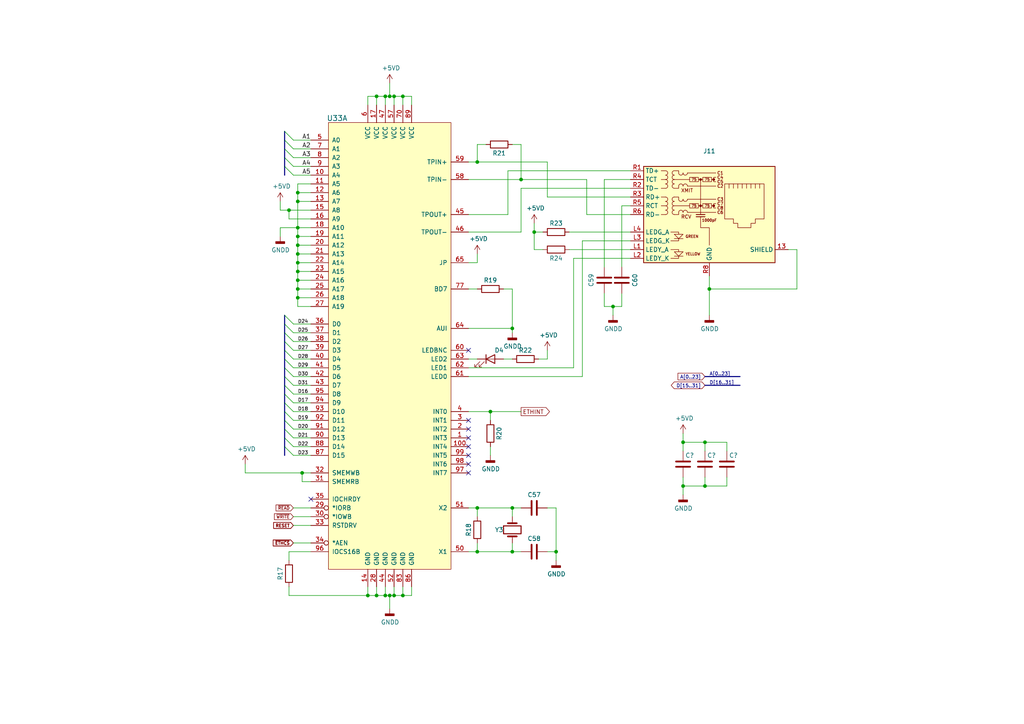
<source format=kicad_sch>
(kicad_sch (version 20211123) (generator eeschema)
  (paper "A4")
  (title_block (title "MAXI030 - 68030 based expandable computer") (date "2021-10-02") (comment 1 "Lawrence Manning"))
  (lib_symbols
    (symbol "Aslak:RTL8019AS" (pin_names (offset 1.016))
      (property "Reference" "U" (at -16.51 -95.25 0))
      (property "Value" "Aslak_RTL8019AS" (at 20.32 -96.52 0))
      (symbol "RTL8019AS_1_1"
        (rectangle (start -17.78 35.56) (end 17.78 -93.98) (fill (type background)))
        (pin output line (at 22.86 -55.88 180) (length 5.08) (name "INT3") (number "1"))
        (pin input line (at -22.86 20.32 0) (length 5.08) (name "A4") (number "10"))
        (pin output line (at 22.86 -58.42 180) (length 5.08) (name "INT4") (number "100"))
        (pin input line (at -22.86 17.78 0) (length 5.08) (name "A5") (number "11"))
        (pin input line (at -22.86 15.24 0) (length 5.08) (name "A6") (number "12"))
        (pin input line (at -22.86 12.7 0) (length 5.08) (name "A7") (number "13"))
        (pin power_in line (at -6.35 -99.06 90) (length 5.08) (name "GND") (number "14"))
        (pin input line (at -22.86 10.16 0) (length 5.08) (name "A8") (number "15"))
        (pin input line (at -22.86 7.62 0) (length 5.08) (name "A9") (number "16"))
        (pin power_in line (at -3.81 40.64 270) (length 5.08) (name "VCC") (number "17"))
        (pin input line (at -22.86 5.08 0) (length 5.08) (name "A10") (number "18"))
        (pin input line (at -22.86 2.54 0) (length 5.08) (name "A11") (number "19"))
        (pin output line (at 22.86 -53.34 180) (length 5.08) (name "INT2") (number "2"))
        (pin input line (at -22.86 0 0) (length 5.08) (name "A12") (number "20"))
        (pin input line (at -22.86 -2.54 0) (length 5.08) (name "A13") (number "21"))
        (pin input line (at -22.86 -5.08 0) (length 5.08) (name "A14") (number "22"))
        (pin input line (at -22.86 -7.62 0) (length 5.08) (name "A15") (number "23"))
        (pin input line (at -22.86 -10.16 0) (length 5.08) (name "A16") (number "24"))
        (pin input line (at -22.86 -12.7 0) (length 5.08) (name "A17") (number "25"))
        (pin input line (at -22.86 -15.24 0) (length 5.08) (name "A18") (number "26"))
        (pin input line (at -22.86 -17.78 0) (length 5.08) (name "A19") (number "27"))
        (pin power_in line (at -3.81 -99.06 90) (length 5.08) (name "GND") (number "28"))
        (pin input inverted (at -22.86 -76.2 0) (length 5.08) (name "*IORB") (number "29"))
        (pin output line (at 22.86 -50.8 180) (length 5.08) (name "INT1") (number "3"))
        (pin input inverted (at -22.86 -78.74 0) (length 5.08) (name "*IOWB") (number "30"))
        (pin input line (at -22.86 -68.58 0) (length 5.08) (name "SMEMRB") (number "31"))
        (pin input line (at -22.86 -66.04 0) (length 5.08) (name "SMEMWB") (number "32"))
        (pin input line (at -22.86 -81.28 0) (length 5.08) (name "RSTDRV") (number "33"))
        (pin input inverted (at -22.86 -86.36 0) (length 5.08) (name "*AEN") (number "34"))
        (pin output line (at -22.86 -73.66 0) (length 5.08) (name "IOCHRDY") (number "35"))
        (pin bidirectional line (at -22.86 -22.86 0) (length 5.08) (name "D0") (number "36"))
        (pin bidirectional line (at -22.86 -25.4 0) (length 5.08) (name "D1") (number "37"))
        (pin bidirectional line (at -22.86 -27.94 0) (length 5.08) (name "D2") (number "38"))
        (pin bidirectional line (at -22.86 -30.48 0) (length 5.08) (name "D3") (number "39"))
        (pin output line (at 22.86 -48.26 180) (length 5.08) (name "INT0") (number "4"))
        (pin bidirectional line (at -22.86 -33.02 0) (length 5.08) (name "D4") (number "40"))
        (pin bidirectional line (at -22.86 -35.56 0) (length 5.08) (name "D5") (number "41"))
        (pin bidirectional line (at -22.86 -38.1 0) (length 5.08) (name "D6") (number "42"))
        (pin bidirectional line (at -22.86 -40.64 0) (length 5.08) (name "D7") (number "43"))
        (pin power_in line (at -1.27 -99.06 90) (length 5.08) (name "GND") (number "44"))
        (pin output line (at 22.86 8.89 180) (length 5.08) (name "TPOUT+") (number "45"))
        (pin output line (at 22.86 3.81 180) (length 5.08) (name "TPOUT-") (number "46"))
        (pin power_in line (at -1.27 40.64 270) (length 5.08) (name "VCC") (number "47"))
        (pin input line (at -22.86 30.48 0) (length 5.08) (name "A0") (number "5"))
        (pin input line (at 22.86 -88.9 180) (length 5.08) (name "X1") (number "50"))
        (pin output line (at 22.86 -76.2 180) (length 5.08) (name "X2") (number "51"))
        (pin power_in line (at 1.27 -99.06 90) (length 5.08) (name "GND") (number "52"))
        (pin power_in line (at 1.27 40.64 270) (length 5.08) (name "VCC") (number "57"))
        (pin input line (at 22.86 19.05 180) (length 5.08) (name "TPIN-") (number "58"))
        (pin input line (at 22.86 24.13 180) (length 5.08) (name "TPIN+") (number "59"))
        (pin power_in line (at -6.35 40.64 270) (length 5.08) (name "VCC") (number "6"))
        (pin output line (at 22.86 -30.48 180) (length 5.08) (name "LEDBNC") (number "60"))
        (pin output line (at 22.86 -38.1 180) (length 5.08) (name "LED0") (number "61"))
        (pin output line (at 22.86 -35.56 180) (length 5.08) (name "LED1") (number "62"))
        (pin output line (at 22.86 -33.02 180) (length 5.08) (name "LED2") (number "63"))
        (pin input line (at 22.86 -24.13 180) (length 5.08) (name "AUI") (number "64"))
        (pin input line (at 22.86 -5.08 180) (length 5.08) (name "JP") (number "65"))
        (pin input line (at -22.86 27.94 0) (length 5.08) (name "A1") (number "7"))
        (pin power_in line (at 3.81 40.64 270) (length 5.08) (name "VCC") (number "70"))
        (pin input line (at 22.86 -12.7 180) (length 5.08) (name "BD7") (number "77"))
        (pin input line (at -22.86 25.4 0) (length 5.08) (name "A2") (number "8"))
        (pin power_in line (at 3.81 -99.06 90) (length 5.08) (name "GND") (number "83"))
        (pin power_in line (at 6.35 -99.06 90) (length 5.08) (name "GND") (number "86"))
        (pin bidirectional line (at -22.86 -60.96 0) (length 5.08) (name "D15") (number "87"))
        (pin bidirectional line (at -22.86 -58.42 0) (length 5.08) (name "D14") (number "88"))
        (pin power_in line (at 6.35 40.64 270) (length 5.08) (name "VCC") (number "89"))
        (pin input line (at -22.86 22.86 0) (length 5.08) (name "A3") (number "9"))
        (pin bidirectional line (at -22.86 -55.88 0) (length 5.08) (name "D13") (number "90"))
        (pin bidirectional line (at -22.86 -53.34 0) (length 5.08) (name "D12") (number "91"))
        (pin bidirectional line (at -22.86 -50.8 0) (length 5.08) (name "D11") (number "92"))
        (pin bidirectional line (at -22.86 -48.26 0) (length 5.08) (name "D10") (number "93"))
        (pin bidirectional line (at -22.86 -45.72 0) (length 5.08) (name "D9") (number "94"))
        (pin bidirectional line (at -22.86 -43.18 0) (length 5.08) (name "D8") (number "95"))
        (pin output line (at -22.86 -88.9 0) (length 5.08) (name "IOCS16B") (number "96"))
        (pin output line (at 22.86 -66.04 180) (length 5.08) (name "INT7") (number "97"))
        (pin output line (at 22.86 -63.5 180) (length 5.08) (name "INT6") (number "98"))
        (pin output line (at 22.86 -60.96 180) (length 5.08) (name "INT5") (number "99"))
      )
      (symbol "RTL8019AS_2_1"
        (rectangle (start -8.89 6.35) (end 8.89 -7.62) (fill (type background)))
        (pin output line (at -11.43 2.54 0) (length 2.54) (name "EECS") (number "76"))
        (pin output line (at -11.43 -2.54 0) (length 2.54) (name "EEDO") (number "77"))
        (pin input line (at -11.43 -5.08 0) (length 2.54) (name "EEDI") (number "78"))
        (pin output line (at -11.43 0 0) (length 2.54) (name "EESK") (number "79"))
      )
    )
    (symbol "Connector:RJ45_Amphenol_RJMG1BD3B8K1ANR"
      (property "Reference" "J" (at 19.05 15.24 0))
      (property "Value" "RJ45_Amphenol_RJMG1BD3B8K1ANR" (at -19.05 15.24 0))
      (symbol "RJ45_Amphenol_RJMG1BD3B8K1ANR_0_0"
        (circle (center -2.54 2.54) (radius 0.254) (stroke (width 0.254)) (fill (type outline)))
        (circle (center -2.54 10.16) (radius 0.254) (stroke (width 0.254)) (fill (type outline)))
        (polyline (pts (xy -7.62 -12.065) (xy -10.16 -12.065)))
        (polyline (pts (xy -7.62 -6.985) (xy -10.16 -6.985)))
        (polyline (pts (xy -2.54 10.16) (xy -2.54 0)))
        (polyline (pts (xy -1.27 -0.635) (xy -3.81 -0.635)) (stroke (width 0.254)))
        (polyline (pts (xy -1.27 0) (xy -3.81 0)) (stroke (width 0.254)))
        (polyline (pts (xy 1.27 2.54) (xy 0.635 2.54)))
        (polyline (pts (xy 1.27 10.16) (xy 0.635 10.16)))
        (polyline (pts (xy -11.176 -12.7) (xy -8.89 -12.7) (xy -8.89 -12.065)))
        (polyline (pts (xy -11.176 -10.16) (xy -8.89 -10.16) (xy -8.89 -10.795)))
        (polyline (pts (xy -11.176 -5.08) (xy -8.89 -5.08) (xy -8.89 -5.715)))
        (polyline (pts (xy -8.89 -6.985) (xy -8.89 -7.62) (xy -11.176 -7.62)))
        (polyline (pts (xy -10.16 -5.715) (xy -7.62 -5.715) (xy -8.89 -6.985) (xy -10.16 -5.715)))
        (polyline (pts (xy -7.62 -10.795) (xy -10.16 -10.795) (xy -8.89 -12.065) (xy -7.62 -10.795)))
        (polyline (pts (xy -2.54 -0.635) (xy -2.54 -3.81) (xy 0 -3.81) (xy 0 -8.89)))
        (polyline (pts (xy 1.905 3.175) (xy 1.27 3.175) (xy 1.27 1.905) (xy 1.905 1.905)))
        (polyline (pts (xy 1.905 10.795) (xy 1.27 10.795) (xy 1.27 9.525) (xy 1.905 9.525)))
        (circle (center 1.27 2.54) (radius 0.254) (stroke (width 0.254)) (fill (type outline)))
        (circle (center 1.27 10.16) (radius 0.254) (stroke (width 0.254)) (fill (type outline)))
        (text "1000pF" (at 0 -1.651 0) (effects (font (size 0.762 0.762))))
        (text "75" (at -4.445 2.54 0) (effects (font (size 0.762 0.762))))
        (text "75" (at -4.445 10.16 0) (effects (font (size 0.762 0.762))))
        (text "75" (at -0.635 2.54 0) (effects (font (size 0.762 0.762))))
        (text "75" (at -0.635 10.16 0) (effects (font (size 0.762 0.762))))
        (text "C1" (at 3.175 12.065 0) (effects (font (size 0.889 0.889))))
        (text "C2" (at 3.175 8.255 0) (effects (font (size 0.889 0.889))))
        (text "C3" (at 3.175 4.445 0) (effects (font (size 0.889 0.889))))
        (text "C4" (at 3.175 10.795 0) (effects (font (size 0.889 0.889))))
        (text "C5" (at 3.175 9.525 0) (effects (font (size 0.889 0.889))))
        (text "C6" (at 3.175 0.635 0) (effects (font (size 0.889 0.889))))
        (text "C7" (at 3.175 3.175 0) (effects (font (size 0.889 0.889))))
        (text "C8" (at 3.175 1.905 0) (effects (font (size 0.889 0.889))))
        (text "GREEN" (at -6.985 -6.35 0) (effects (font (size 0.762 0.762)) (justify left)))
        (text "RCV" (at -8.255 -0.635 0) (effects (font (size 1.016 1.016)) (justify left)))
        (text "XMIT" (at -8.255 6.985 0) (effects (font (size 1.016 1.016)) (justify left)))
        (text "YELLOW" (at -6.985 -11.43 0) (effects (font (size 0.762 0.762)) (justify left)))
      )
      (symbol "RJ45_Amphenol_RJMG1BD3B8K1ANR_0_1"
        (rectangle (start -19.05 -13.97) (end 19.05 13.97) (stroke (width 0.254)) (fill (type background)))
        (arc (start -12.7 0) (mid -12.065 0.635) (end -12.7 1.27))
        (arc (start -12.7 1.27) (mid -12.065 1.905) (end -12.7 2.54))
        (arc (start -12.7 2.54) (mid -12.065 3.175) (end -12.7 3.81))
        (arc (start -12.7 3.81) (mid -12.065 4.445) (end -12.7 5.08))
        (arc (start -12.7 7.62) (mid -12.065 8.255) (end -12.7 8.89))
        (arc (start -12.7 8.89) (mid -12.065 9.525) (end -12.7 10.16))
        (arc (start -12.7 10.16) (mid -12.065 10.795) (end -12.7 11.43))
        (arc (start -12.7 11.43) (mid -12.065 12.065) (end -12.7 12.7))
        (arc (start -10.16 1.27) (mid -10.795 0.635) (end -10.16 0))
        (arc (start -10.16 2.54) (mid -10.795 1.905) (end -10.16 1.27))
        (arc (start -10.16 3.81) (mid -10.795 3.175) (end -10.16 2.54))
        (arc (start -10.16 5.08) (mid -10.795 4.445) (end -10.16 3.81))
        (arc (start -10.16 8.89) (mid -10.795 8.255) (end -10.16 7.62))
        (arc (start -10.16 10.16) (mid -10.795 9.525) (end -10.16 8.89))
        (arc (start -10.16 11.43) (mid -10.795 10.795) (end -10.16 10.16))
        (arc (start -10.16 12.7) (mid -10.795 12.065) (end -10.16 11.43))
        (arc (start -8.89 4.445) (mid -8.255 3.81) (end -7.62 4.445))
        (arc (start -8.89 12.065) (mid -8.255 11.43) (end -7.62 12.065))
        (arc (start -7.62 0.635) (mid -8.255 1.27) (end -8.89 0.635))
        (arc (start -7.62 4.445) (mid -6.985 3.81) (end -6.35 4.445))
        (arc (start -7.62 8.255) (mid -8.255 8.89) (end -8.89 8.255))
        (arc (start -7.62 12.065) (mid -6.985 11.43) (end -6.35 12.065))
        (arc (start -6.35 0.635) (mid -6.985 1.27) (end -7.62 0.635))
        (arc (start -6.35 8.255) (mid -6.985 8.89) (end -7.62 8.255))
        (rectangle (start -5.715 3.175) (end -3.175 1.905))
        (rectangle (start -5.715 10.795) (end -3.175 9.525))
        (rectangle (start -1.905 3.175) (end 0.635 1.905))
        (rectangle (start -1.905 10.795) (end 0.635 9.525))
        (polyline (pts (xy -12.7 0) (xy -13.97 0)))
        (polyline (pts (xy -12.7 2.54) (xy -13.97 2.54)))
        (polyline (pts (xy -12.7 5.08) (xy -13.97 5.08)))
        (polyline (pts (xy -12.7 7.62) (xy -13.97 7.62)))
        (polyline (pts (xy -12.7 10.16) (xy -13.97 10.16)))
        (polyline (pts (xy -12.7 12.7) (xy -13.97 12.7)))
        (polyline (pts (xy -6.35 0.635) (xy 1.905 0.635)))
        (polyline (pts (xy -6.35 4.445) (xy 1.905 4.445)))
        (polyline (pts (xy -6.35 8.255) (xy 1.905 8.255)))
        (polyline (pts (xy -6.35 12.065) (xy 1.905 12.065)))
        (polyline (pts (xy -5.715 2.54) (xy -10.16 2.54)))
        (polyline (pts (xy -5.715 10.16) (xy -10.16 10.16)))
        (polyline (pts (xy -3.175 2.54) (xy -1.905 2.54)))
        (polyline (pts (xy -3.175 10.16) (xy -1.905 10.16)))
        (polyline (pts (xy 5.715 7.62) (xy 5.715 8.89)))
        (polyline (pts (xy 6.985 8.89) (xy 6.985 7.62)))
        (polyline (pts (xy 8.255 8.89) (xy 8.255 7.62)))
        (polyline (pts (xy 9.525 8.89) (xy 9.525 7.62)))
        (polyline (pts (xy 10.795 8.89) (xy 10.795 7.62)))
        (polyline (pts (xy 12.065 8.89) (xy 12.065 7.62)))
        (polyline (pts (xy 13.335 7.62) (xy 13.335 8.89)))
        (polyline (pts (xy 14.605 7.62) (xy 14.605 8.89)))
        (polyline (pts (xy -10.16 5.08) (xy -8.89 5.08) (xy -8.89 4.445)))
        (polyline (pts (xy -10.16 12.7) (xy -8.89 12.7) (xy -8.89 12.065)))
        (polyline (pts (xy -8.89 0.635) (xy -8.89 0) (xy -10.16 0)))
        (polyline (pts (xy -8.89 8.255) (xy -8.89 7.62) (xy -10.16 7.62)))
        (polyline (pts (xy 4.445 8.89) (xy 15.875 8.89) (xy 15.875 -1.27) (xy 13.335 -1.27) (xy 13.335 -2.54) (xy 12.065 -2.54) (xy 12.065 -3.81) (xy 8.255 -3.81) (xy 8.255 -2.54) (xy 6.985 -2.54) (xy 6.985 -1.27) (xy 4.445 -1.27) (xy 4.445 8.89)))
      )
      (symbol "RJ45_Amphenol_RJMG1BD3B8K1ANR_1_1"
        (pin passive line (at 22.86 -10.16 180) (length 3.81) (name "SHIELD") (number "13"))
        (pin passive line (at -22.86 -10.16 0) (length 3.81) (name "LEDY_A") (number "L1"))
        (pin passive line (at -22.86 -12.7 0) (length 3.81) (name "LEDY_K") (number "L2"))
        (pin passive line (at -22.86 -7.62 0) (length 3.81) (name "LEDG_K") (number "L3"))
        (pin passive line (at -22.86 -5.08 0) (length 3.81) (name "LEDG_A") (number "L4"))
        (pin passive line (at -22.86 12.7 0) (length 3.81) (name "TD+") (number "R1"))
        (pin passive line (at -22.86 7.62 0) (length 3.81) (name "TD-") (number "R2"))
        (pin passive line (at -22.86 5.08 0) (length 3.81) (name "RD+") (number "R3"))
        (pin passive line (at -22.86 10.16 0) (length 3.81) (name "TCT") (number "R4"))
        (pin passive line (at -22.86 2.54 0) (length 3.81) (name "RCT") (number "R5"))
        (pin passive line (at -22.86 0 0) (length 3.81) (name "RD-") (number "R6"))
        (pin no_connect line (at 5.08 -5.08 0) (length 0) hide (name "NC") (number "R7"))
        (pin power_in line (at 0 -17.78 90) (length 3.81) (name "GND") (number "R8"))
      )
    )
    (symbol "Device:C" (pin_numbers hide) (pin_names (offset 0.254))
      (property "Reference" "C" (at 0.635 2.54 0))
      (property "Value" "C" (at 0.635 -2.54 0))
      (symbol "C_0_1"
        (polyline (pts (xy -2.032 -0.762) (xy 2.032 -0.762)) (stroke (width 0.508)))
        (polyline (pts (xy -2.032 0.762) (xy 2.032 0.762)) (stroke (width 0.508)))
      )
      (symbol "C_1_1"
        (pin passive line (at 0 3.81 270) (length 2.794) (name "~") (number "1"))
        (pin passive line (at 0 -3.81 90) (length 2.794) (name "~") (number "2"))
      )
    )
    (symbol "Device:Crystal" (pin_numbers hide) (pin_names (offset 1.016) hide)
      (property "Reference" "Y" (at 0 3.81 0))
      (property "Value" "Crystal" (at 0 -3.81 0))
      (symbol "Crystal_0_1"
        (rectangle (start -1.143 2.54) (end 1.143 -2.54) (stroke (width 0.3048)))
        (polyline (pts (xy -2.54 0) (xy -1.905 0)))
        (polyline (pts (xy -1.905 -1.27) (xy -1.905 1.27)) (stroke (width 0.508)))
        (polyline (pts (xy 1.905 -1.27) (xy 1.905 1.27)) (stroke (width 0.508)))
        (polyline (pts (xy 2.54 0) (xy 1.905 0)))
      )
      (symbol "Crystal_1_1"
        (pin passive line (at -3.81 0 0) (length 1.27) (name "1") (number "1"))
        (pin passive line (at 3.81 0 180) (length 1.27) (name "2") (number "2"))
      )
    )
    (symbol "Device:LED" (pin_numbers hide) (pin_names (offset 1.016) hide)
      (property "Reference" "D" (at 0 2.54 0))
      (property "Value" "LED" (at 0 -2.54 0))
      (symbol "LED_0_1"
        (polyline (pts (xy -1.27 -1.27) (xy -1.27 1.27)) (stroke (width 0.254)))
        (polyline (pts (xy -1.27 0) (xy 1.27 0)))
        (polyline (pts (xy 1.27 -1.27) (xy 1.27 1.27) (xy -1.27 0) (xy 1.27 -1.27)) (stroke (width 0.254)))
        (polyline (pts (xy -3.048 -0.762) (xy -4.572 -2.286) (xy -3.81 -2.286) (xy -4.572 -2.286) (xy -4.572 -1.524)))
        (polyline (pts (xy -1.778 -0.762) (xy -3.302 -2.286) (xy -2.54 -2.286) (xy -3.302 -2.286) (xy -3.302 -1.524)))
      )
      (symbol "LED_1_1"
        (pin passive line (at -3.81 0 0) (length 2.54) (name "K") (number "1"))
        (pin passive line (at 3.81 0 180) (length 2.54) (name "A") (number "2"))
      )
    )
    (symbol "Device:R" (pin_numbers hide) (pin_names (offset 0))
      (property "Reference" "R" (at 2.032 0 90))
      (property "Value" "R" (at 0 0 90))
      (symbol "R_0_1"
        (rectangle (start -1.016 -2.54) (end 1.016 2.54) (stroke (width 0.254)))
      )
      (symbol "R_1_1"
        (pin passive line (at 0 3.81 270) (length 1.27) (name "~") (number "1"))
        (pin passive line (at 0 -3.81 90) (length 1.27) (name "~") (number "2"))
      )
    )
    (symbol "power:+5VD" (power) (pin_names (offset 0))
      (property "Value" "+5VD" (at 0 3.556 0))
      (symbol "+5VD_0_1"
        (polyline (pts (xy -0.762 1.27) (xy 0 2.54)))
        (polyline (pts (xy 0 0) (xy 0 2.54)))
        (polyline (pts (xy 0 2.54) (xy 0.762 1.27)))
      )
      (symbol "+5VD_1_1"
        (pin power_in line (at 0 0 90) (length 0) hide (name "+5VD") (number "1"))
      )
    )
    (symbol "power:GNDD" (power) (pin_names (offset 0))
      (property "Value" "GNDD" (at 0 -3.175 0))
      (symbol "GNDD_0_1"
        (rectangle (start -1.27 -1.524) (end 1.27 -2.032) (stroke (width 0.254)) (fill (type outline)))
        (polyline (pts (xy 0 0) (xy 0 -1.524)))
      )
      (symbol "GNDD_1_1"
        (pin power_in line (at 0 0 270) (length 0) hide (name "GNDD") (number "1"))
      )
    )
  )
  (junction (at 111.76 172.72))
  (junction (at 177.8 88.9))
  (junction (at 154.94 67.31))
  (junction (at 204.47 128.27))
  (junction (at 113.03 27.94))
  (junction (at 83.82 60.96))
  (junction (at 86.36 86.36))
  (junction (at 106.68 172.72))
  (junction (at 151.13 52.07))
  (junction (at 86.36 81.28))
  (junction (at 86.36 73.66))
  (junction (at 204.47 140.97))
  (junction (at 111.76 27.94))
  (junction (at 198.12 140.97))
  (junction (at 86.36 66.04))
  (junction (at 86.36 78.74))
  (junction (at 114.3 27.94))
  (junction (at 114.3 172.72))
  (junction (at 148.59 95.25))
  (junction (at 116.84 172.72))
  (junction (at 86.36 83.82))
  (junction (at 142.24 119.38))
  (junction (at 116.84 27.94))
  (junction (at 138.43 46.99))
  (junction (at 138.43 147.32))
  (junction (at 113.03 172.72))
  (junction (at 109.22 172.72))
  (junction (at 86.36 58.42))
  (junction (at 86.36 76.2))
  (junction (at 148.59 147.32))
  (junction (at 138.43 160.02))
  (junction (at 148.59 160.02))
  (junction (at 198.12 128.27))
  (junction (at 86.36 68.58))
  (junction (at 87.63 137.16))
  (junction (at 86.36 71.12))
  (junction (at 161.29 160.02))
  (junction (at 205.74 83.82))
  (junction (at 86.36 55.88))
  (junction (at 109.22 27.94))
  (no_connect (at 135.89 121.92))
  (no_connect (at 135.89 101.6))
  (no_connect (at 135.89 129.54))
  (no_connect (at 135.89 127))
  (no_connect (at 135.89 124.46))
  (no_connect (at 135.89 132.08))
  (no_connect (at 135.89 137.16))
  (no_connect (at 90.17 144.78))
  (no_connect (at 135.89 134.62))
  (bus_entry (at 82.55 48.26) (size 2.54 2.54))
  (bus_entry (at 82.55 38.1) (size 2.54 2.54))
  (bus_entry (at 82.55 129.54) (size 2.54 2.54))
  (bus_entry (at 82.55 101.6) (size 2.54 2.54))
  (bus_entry (at 82.55 91.44) (size 2.54 2.54))
  (bus_entry (at 82.55 116.84) (size 2.54 2.54))
  (bus_entry (at 82.55 106.68) (size 2.54 2.54))
  (bus_entry (at 82.55 119.38) (size 2.54 2.54))
  (bus_entry (at 82.55 96.52) (size 2.54 2.54))
  (bus_entry (at 82.55 127) (size 2.54 2.54))
  (bus_entry (at 82.55 109.22) (size 2.54 2.54))
  (bus_entry (at 82.55 93.98) (size 2.54 2.54))
  (bus_entry (at 82.55 121.92) (size 2.54 2.54))
  (bus_entry (at 82.55 114.3) (size 2.54 2.54))
  (bus_entry (at 82.55 124.46) (size 2.54 2.54))
  (bus_entry (at 82.55 104.14) (size 2.54 2.54))
  (bus_entry (at 82.55 111.76) (size 2.54 2.54))
  (bus_entry (at 82.55 43.18) (size 2.54 2.54))
  (bus_entry (at 82.55 40.64) (size 2.54 2.54))
  (bus_entry (at 82.55 45.72) (size 2.54 2.54))
  (bus_entry (at 82.55 99.06) (size 2.54 2.54))
  (wire (pts (xy 148.59 160.02) (xy 151.13 160.02)))
  (wire (pts (xy 111.76 27.94) (xy 109.22 27.94)))
  (wire (pts (xy 166.37 106.68) (xy 135.89 106.68)))
  (wire (pts (xy 90.17 139.7) (xy 87.63 139.7)))
  (wire (pts (xy 154.94 67.31) (xy 154.94 72.39)))
  (wire (pts (xy 175.26 88.9) (xy 177.8 88.9)))
  (bus (pts (xy 82.55 127) (xy 82.55 129.54)))
  (wire (pts (xy 106.68 27.94) (xy 109.22 27.94)))
  (wire (pts (xy 90.17 78.74) (xy 86.36 78.74)))
  (wire (pts (xy 90.17 83.82) (xy 86.36 83.82)))
  (wire (pts (xy 170.18 62.23) (xy 182.88 62.23)))
  (wire (pts (xy 114.3 170.18) (xy 114.3 172.72)))
  (wire (pts (xy 161.29 160.02) (xy 161.29 147.32)))
  (wire (pts (xy 90.17 55.88) (xy 86.36 55.88)))
  (bus (pts (xy 82.55 124.46) (xy 82.55 127)))
  (wire (pts (xy 151.13 67.31) (xy 151.13 54.61)))
  (wire (pts (xy 83.82 160.02) (xy 83.82 162.56)))
  (bus (pts (xy 82.55 101.6) (xy 82.55 104.14)))
  (wire (pts (xy 111.76 27.94) (xy 113.03 27.94)))
  (wire (pts (xy 90.17 86.36) (xy 86.36 86.36)))
  (wire (pts (xy 135.89 67.31) (xy 151.13 67.31)))
  (wire (pts (xy 116.84 170.18) (xy 116.84 172.72)))
  (bus (pts (xy 204.47 109.22) (xy 214.63 109.22)))
  (wire (pts (xy 204.47 140.97) (xy 210.82 140.97)))
  (wire (pts (xy 86.36 81.28) (xy 86.36 83.82)))
  (wire (pts (xy 175.26 85.09) (xy 175.26 88.9)))
  (wire (pts (xy 135.89 52.07) (xy 151.13 52.07)))
  (wire (pts (xy 109.22 27.94) (xy 109.22 30.48)))
  (wire (pts (xy 90.17 147.32) (xy 85.09 147.32)))
  (wire (pts (xy 111.76 172.72) (xy 113.03 172.72)))
  (wire (pts (xy 86.36 68.58) (xy 86.36 71.12)))
  (wire (pts (xy 165.1 67.31) (xy 182.88 67.31)))
  (bus (pts (xy 82.55 129.54) (xy 82.55 132.08)))
  (wire (pts (xy 83.82 60.96) (xy 83.82 63.5)))
  (wire (pts (xy 86.36 78.74) (xy 86.36 81.28)))
  (wire (pts (xy 177.8 91.44) (xy 177.8 88.9)))
  (wire (pts (xy 158.75 46.99) (xy 158.75 57.15)))
  (wire (pts (xy 86.36 76.2) (xy 86.36 78.74)))
  (wire (pts (xy 175.26 52.07) (xy 175.26 77.47)))
  (wire (pts (xy 138.43 157.48) (xy 138.43 160.02)))
  (wire (pts (xy 85.09 127) (xy 90.17 127)))
  (wire (pts (xy 85.09 129.54) (xy 90.17 129.54)))
  (wire (pts (xy 106.68 172.72) (xy 83.82 172.72)))
  (wire (pts (xy 86.36 66.04) (xy 86.36 68.58)))
  (wire (pts (xy 231.14 72.39) (xy 228.6 72.39)))
  (wire (pts (xy 81.28 60.96) (xy 81.28 58.42)))
  (wire (pts (xy 205.74 91.44) (xy 205.74 83.82)))
  (wire (pts (xy 87.63 137.16) (xy 71.12 137.16)))
  (wire (pts (xy 90.17 40.64) (xy 85.09 40.64)))
  (wire (pts (xy 135.89 95.25) (xy 148.59 95.25)))
  (wire (pts (xy 135.89 83.82) (xy 138.43 83.82)))
  (wire (pts (xy 90.17 68.58) (xy 86.36 68.58)))
  (wire (pts (xy 90.17 137.16) (xy 87.63 137.16)))
  (wire (pts (xy 86.36 55.88) (xy 86.36 53.34)))
  (wire (pts (xy 85.09 99.06) (xy 90.17 99.06)))
  (wire (pts (xy 90.17 160.02) (xy 83.82 160.02)))
  (wire (pts (xy 113.03 27.94) (xy 114.3 27.94)))
  (wire (pts (xy 204.47 128.27) (xy 210.82 128.27)))
  (wire (pts (xy 114.3 27.94) (xy 114.3 30.48)))
  (wire (pts (xy 85.09 116.84) (xy 90.17 116.84)))
  (wire (pts (xy 116.84 27.94) (xy 119.38 27.94)))
  (wire (pts (xy 85.09 121.92) (xy 90.17 121.92)))
  (wire (pts (xy 85.09 111.76) (xy 90.17 111.76)))
  (wire (pts (xy 85.09 104.14) (xy 90.17 104.14)))
  (wire (pts (xy 83.82 63.5) (xy 90.17 63.5)))
  (wire (pts (xy 111.76 30.48) (xy 111.76 27.94)))
  (wire (pts (xy 138.43 76.2) (xy 135.89 76.2)))
  (wire (pts (xy 138.43 149.86) (xy 138.43 147.32)))
  (wire (pts (xy 113.03 24.13) (xy 113.03 27.94)))
  (wire (pts (xy 170.18 52.07) (xy 170.18 62.23)))
  (wire (pts (xy 182.88 74.93) (xy 166.37 74.93)))
  (wire (pts (xy 175.26 52.07) (xy 182.88 52.07)))
  (wire (pts (xy 148.59 149.86) (xy 148.59 147.32)))
  (wire (pts (xy 116.84 172.72) (xy 119.38 172.72)))
  (wire (pts (xy 86.36 58.42) (xy 86.36 55.88)))
  (wire (pts (xy 85.09 119.38) (xy 90.17 119.38)))
  (wire (pts (xy 156.21 104.14) (xy 158.75 104.14)))
  (bus (pts (xy 82.55 119.38) (xy 82.55 121.92)))
  (wire (pts (xy 198.12 125.73) (xy 198.12 128.27)))
  (wire (pts (xy 177.8 88.9) (xy 180.34 88.9)))
  (wire (pts (xy 106.68 172.72) (xy 109.22 172.72)))
  (wire (pts (xy 210.82 138.43) (xy 210.82 140.97)))
  (wire (pts (xy 138.43 41.91) (xy 140.97 41.91)))
  (wire (pts (xy 198.12 128.27) (xy 198.12 130.81)))
  (wire (pts (xy 109.22 172.72) (xy 111.76 172.72)))
  (wire (pts (xy 148.59 147.32) (xy 151.13 147.32)))
  (wire (pts (xy 168.91 109.22) (xy 168.91 69.85)))
  (wire (pts (xy 87.63 139.7) (xy 87.63 137.16)))
  (wire (pts (xy 109.22 170.18) (xy 109.22 172.72)))
  (wire (pts (xy 81.28 66.04) (xy 81.28 68.58)))
  (bus (pts (xy 82.55 91.44) (xy 82.55 93.98)))
  (bus (pts (xy 82.55 109.22) (xy 82.55 111.76)))
  (wire (pts (xy 148.59 83.82) (xy 148.59 95.25)))
  (wire (pts (xy 116.84 30.48) (xy 116.84 27.94)))
  (wire (pts (xy 135.89 46.99) (xy 138.43 46.99)))
  (wire (pts (xy 166.37 74.93) (xy 166.37 106.68)))
  (wire (pts (xy 90.17 66.04) (xy 86.36 66.04)))
  (bus (pts (xy 82.55 116.84) (xy 82.55 119.38)))
  (wire (pts (xy 142.24 132.08) (xy 142.24 129.54)))
  (wire (pts (xy 180.34 88.9) (xy 180.34 85.09)))
  (wire (pts (xy 86.36 83.82) (xy 86.36 86.36)))
  (bus (pts (xy 82.55 43.18) (xy 82.55 45.72)))
  (wire (pts (xy 135.89 119.38) (xy 142.24 119.38)))
  (wire (pts (xy 106.68 30.48) (xy 106.68 27.94)))
  (wire (pts (xy 210.82 128.27) (xy 210.82 130.81)))
  (wire (pts (xy 161.29 162.56) (xy 161.29 160.02)))
  (bus (pts (xy 82.55 106.68) (xy 82.55 109.22)))
  (wire (pts (xy 142.24 119.38) (xy 151.13 119.38)))
  (wire (pts (xy 85.09 132.08) (xy 90.17 132.08)))
  (wire (pts (xy 231.14 83.82) (xy 231.14 72.39)))
  (wire (pts (xy 182.88 59.69) (xy 180.34 59.69)))
  (bus (pts (xy 82.55 45.72) (xy 82.55 48.26)))
  (wire (pts (xy 106.68 170.18) (xy 106.68 172.72)))
  (wire (pts (xy 142.24 119.38) (xy 142.24 121.92)))
  (wire (pts (xy 90.17 76.2) (xy 86.36 76.2)))
  (wire (pts (xy 119.38 27.94) (xy 119.38 30.48)))
  (wire (pts (xy 158.75 160.02) (xy 161.29 160.02)))
  (wire (pts (xy 161.29 147.32) (xy 158.75 147.32)))
  (wire (pts (xy 147.32 49.53) (xy 182.88 49.53)))
  (wire (pts (xy 90.17 73.66) (xy 86.36 73.66)))
  (bus (pts (xy 82.55 48.26) (xy 82.55 50.8)))
  (wire (pts (xy 83.82 60.96) (xy 81.28 60.96)))
  (wire (pts (xy 151.13 41.91) (xy 151.13 52.07)))
  (wire (pts (xy 119.38 172.72) (xy 119.38 170.18)))
  (wire (pts (xy 111.76 170.18) (xy 111.76 172.72)))
  (wire (pts (xy 151.13 52.07) (xy 170.18 52.07)))
  (wire (pts (xy 86.36 71.12) (xy 86.36 73.66)))
  (wire (pts (xy 158.75 57.15) (xy 182.88 57.15)))
  (wire (pts (xy 90.17 45.72) (xy 85.09 45.72)))
  (wire (pts (xy 86.36 58.42) (xy 86.36 66.04)))
  (wire (pts (xy 85.09 93.98) (xy 90.17 93.98)))
  (wire (pts (xy 86.36 86.36) (xy 86.36 88.9)))
  (bus (pts (xy 82.55 99.06) (xy 82.55 101.6)))
  (wire (pts (xy 198.12 138.43) (xy 198.12 140.97)))
  (bus (pts (xy 82.55 104.14) (xy 82.55 106.68)))
  (wire (pts (xy 151.13 54.61) (xy 182.88 54.61)))
  (bus (pts (xy 82.55 38.1) (xy 82.55 40.64)))
  (wire (pts (xy 85.09 114.3) (xy 90.17 114.3)))
  (wire (pts (xy 114.3 27.94) (xy 116.84 27.94)))
  (bus (pts (xy 82.55 93.98) (xy 82.55 96.52)))
  (wire (pts (xy 90.17 157.48) (xy 85.09 157.48)))
  (wire (pts (xy 90.17 48.26) (xy 85.09 48.26)))
  (wire (pts (xy 180.34 59.69) (xy 180.34 77.47)))
  (wire (pts (xy 135.89 109.22) (xy 168.91 109.22)))
  (wire (pts (xy 158.75 104.14) (xy 158.75 101.6)))
  (wire (pts (xy 198.12 140.97) (xy 198.12 143.51)))
  (bus (pts (xy 82.55 40.64) (xy 82.55 43.18)))
  (wire (pts (xy 148.59 104.14) (xy 146.05 104.14)))
  (bus (pts (xy 82.55 114.3) (xy 82.55 116.84)))
  (wire (pts (xy 135.89 104.14) (xy 138.43 104.14)))
  (wire (pts (xy 154.94 67.31) (xy 157.48 67.31)))
  (wire (pts (xy 90.17 81.28) (xy 86.36 81.28)))
  (wire (pts (xy 138.43 46.99) (xy 158.75 46.99)))
  (bus (pts (xy 82.55 121.92) (xy 82.55 124.46)))
  (wire (pts (xy 135.89 62.23) (xy 147.32 62.23)))
  (wire (pts (xy 90.17 71.12) (xy 86.36 71.12)))
  (bus (pts (xy 82.55 111.76) (xy 82.55 114.3)))
  (wire (pts (xy 147.32 62.23) (xy 147.32 49.53)))
  (bus (pts (xy 204.47 111.76) (xy 214.63 111.76)))
  (wire (pts (xy 85.09 152.4) (xy 90.17 152.4)))
  (wire (pts (xy 157.48 72.39) (xy 154.94 72.39)))
  (wire (pts (xy 148.59 147.32) (xy 138.43 147.32)))
  (wire (pts (xy 205.74 80.01) (xy 205.74 83.82)))
  (wire (pts (xy 90.17 58.42) (xy 86.36 58.42)))
  (wire (pts (xy 168.91 69.85) (xy 182.88 69.85)))
  (wire (pts (xy 85.09 106.68) (xy 90.17 106.68)))
  (wire (pts (xy 138.43 41.91) (xy 138.43 46.99)))
  (wire (pts (xy 113.03 172.72) (xy 114.3 172.72)))
  (wire (pts (xy 138.43 147.32) (xy 135.89 147.32)))
  (wire (pts (xy 85.09 124.46) (xy 90.17 124.46)))
  (wire (pts (xy 86.36 66.04) (xy 81.28 66.04)))
  (wire (pts (xy 154.94 64.77) (xy 154.94 67.31)))
  (wire (pts (xy 148.59 96.52) (xy 148.59 95.25)))
  (wire (pts (xy 205.74 83.82) (xy 231.14 83.82)))
  (wire (pts (xy 90.17 88.9) (xy 86.36 88.9)))
  (wire (pts (xy 85.09 109.22) (xy 90.17 109.22)))
  (wire (pts (xy 135.89 160.02) (xy 138.43 160.02)))
  (wire (pts (xy 138.43 160.02) (xy 148.59 160.02)))
  (wire (pts (xy 90.17 149.86) (xy 85.09 149.86)))
  (wire (pts (xy 204.47 128.27) (xy 204.47 130.81)))
  (wire (pts (xy 90.17 53.34) (xy 86.36 53.34)))
  (wire (pts (xy 83.82 172.72) (xy 83.82 170.18)))
  (wire (pts (xy 204.47 140.97) (xy 198.12 140.97)))
  (wire (pts (xy 198.12 128.27) (xy 204.47 128.27)))
  (wire (pts (xy 90.17 43.18) (xy 85.09 43.18)))
  (wire (pts (xy 85.09 96.52) (xy 90.17 96.52)))
  (wire (pts (xy 114.3 172.72) (xy 116.84 172.72)))
  (wire (pts (xy 148.59 41.91) (xy 151.13 41.91)))
  (wire (pts (xy 113.03 176.53) (xy 113.03 172.72)))
  (wire (pts (xy 83.82 60.96) (xy 90.17 60.96)))
  (wire (pts (xy 204.47 138.43) (xy 204.47 140.97)))
  (wire (pts (xy 90.17 50.8) (xy 85.09 50.8)))
  (wire (pts (xy 182.88 72.39) (xy 165.1 72.39)))
  (wire (pts (xy 85.09 101.6) (xy 90.17 101.6)))
  (bus (pts (xy 82.55 96.52) (xy 82.55 99.06)))
  (wire (pts (xy 138.43 73.66) (xy 138.43 76.2)))
  (wire (pts (xy 71.12 137.16) (xy 71.12 134.62)))
  (wire (pts (xy 148.59 157.48) (xy 148.59 160.02)))
  (wire (pts (xy 146.05 83.82) (xy 148.59 83.82)))
  (wire (pts (xy 86.36 73.66) (xy 86.36 76.2)))
  (label "D25" (at 86.36 96.52 0) (effects (font (size 0.9906 0.9906))))
  (label "A1" (at 87.63 40.64 0))
  (label "D22" (at 86.36 129.54 0) (effects (font (size 0.9906 0.9906))))
  (label "D20" (at 86.36 124.46 0) (effects (font (size 0.9906 0.9906))))
  (label "A4" (at 87.63 48.26 0))
  (label "A[0..23]" (at 205.74 109.22 0) (effects (font (size 0.9906 0.9906))))
  (label "D27" (at 86.36 101.6 0) (effects (font (size 0.9906 0.9906))))
  (label "A2" (at 87.63 43.18 0))
  (label "D28" (at 86.36 104.14 0) (effects (font (size 0.9906 0.9906))))
  (label "D26" (at 86.36 99.06 0) (effects (font (size 0.9906 0.9906))))
  (label "D16" (at 86.36 114.3 0) (effects (font (size 0.9906 0.9906))))
  (label "D21" (at 86.36 127 0) (effects (font (size 0.9906 0.9906))))
  (label "D31" (at 86.36 111.76 0) (effects (font (size 0.9906 0.9906))))
  (label "D17" (at 86.36 116.84 0) (effects (font (size 0.9906 0.9906))))
  (label "D18" (at 86.36 119.38 0) (effects (font (size 0.9906 0.9906))))
  (label "D19" (at 86.36 121.92 0) (effects (font (size 0.9906 0.9906))))
  (label "D[16..31]" (at 205.74 111.76 0) (effects (font (size 0.9906 0.9906))))
  (label "A3" (at 87.63 45.72 0))
  (label "A5" (at 87.63 50.8 0))
  (label "D30" (at 86.36 109.22 0) (effects (font (size 0.9906 0.9906))))
  (label "D23" (at 86.36 132.08 0) (effects (font (size 0.9906 0.9906))))
  (label "D29" (at 86.36 106.68 0) (effects (font (size 0.9906 0.9906))))
  (label "D24" (at 86.36 93.98 0) (effects (font (size 0.9906 0.9906))))
  (global_label "ETHINT" (shape output) (at 151.13 119.38 0) (effects (font (size 1.1938 1.1938))) (property "Intersheet References" "${INTERSHEET_REFS}" (effects hide)))
  (global_label "RESET" (shape input) (at 85.09 152.4 180) (effects (font (size 0.889 0.889))) (property "Intersheet References" "${INTERSHEET_REFS}" (effects hide)))
  (global_label "~{READ}" (shape input) (at 85.09 147.32 180) (effects (font (size 0.889 0.889))) (property "Intersheet References" "${INTERSHEET_REFS}" (effects hide)))
  (global_label "~{ETHCS}" (shape input) (at 85.09 157.48 180) (effects (font (size 0.889 0.889))) (property "Intersheet References" "${INTERSHEET_REFS}" (effects hide)))
  (global_label "D[15..31]" (shape bidirectional) (at 204.47 111.76 180) (effects (font (size 0.9906 0.9906))) (property "Intersheet References" "${INTERSHEET_REFS}" (effects hide)))
  (global_label "A[0..23]" (shape input) (at 204.47 109.22 180) (effects (font (size 0.9906 0.9906))) (property "Intersheet References" "${INTERSHEET_REFS}" (effects hide)))
  (global_label "~{WRITE}" (shape input) (at 85.09 149.86 180) (effects (font (size 0.889 0.889))) (property "Intersheet References" "${INTERSHEET_REFS}" (effects hide)))
  (global_label "~{ETHCS}" (shape input) (at 85.09 157.48 180) (effects (font (size 0.889 0.889))) (property "Intersheet References" "${INTERSHEET_REFS}" (effects hide)))
  (global_label "RESET" (shape input) (at 85.09 152.4 180) (effects (font (size 0.889 0.889))) (property "Intersheet References" "${INTERSHEET_REFS}" (effects hide)))
  (symbol (lib_id "Connector:RJ45_Amphenol_RJMG1BD3B8K1ANR") (at 205.74 62.23 0) (unit 1)
    (property "Reference" "J11" (at 205.74 43.815 0))
    (property "Datasheet" "https://www.amphenolcanada.com/ProductSearch/Drawings/AC/RJMG1BD3B8K1ANR.PDF" (effects hide))
  )
  (symbol (lib_id "Device:Crystal") (at 148.59 153.67 270) (unit 1)
    (property "Reference" "Y3" (at 143.51 153.67 90) (effects (justify left)))
  )
  (symbol (lib_id "Device:C") (at 154.94 160.02 270) (unit 1)
    (property "Reference" "C58" (at 154.94 156.21 90))
  )
  (symbol (lib_id "Device:C") (at 154.94 147.32 270) (unit 1)
    (property "Reference" "C57" (at 154.94 143.51 90))
  )
  (symbol (lib_id "Device:R") (at 161.29 67.31 270) (unit 1)
    (property "Reference" "R23" (at 161.29 64.77 90))
  )
  (symbol (lib_id "Device:R") (at 161.29 72.39 270) (unit 1)
    (property "Reference" "R24" (at 161.29 74.93 90))
  )
  (symbol (lib_id "Device:LED") (at 142.24 104.14 0) (unit 1)
    (property "Reference" "D4" (at 144.78 101.6 0))
  )
  (symbol (lib_id "Device:R") (at 152.4 104.14 270) (unit 1)
    (property "Reference" "R22" (at 152.4 101.6 90))
  )
  (symbol (lib_id "Device:R") (at 83.82 166.37 180) (unit 1)
    (property "Reference" "R17" (at 81.28 166.37 90))
  )
  (symbol (lib_id "Device:R") (at 142.24 83.82 270) (unit 1)
    (property "Reference" "R19" (at 142.24 81.28 90))
  )
  (symbol (lib_id "Device:C") (at 175.26 81.28 0) (unit 1)
    (property "Reference" "C59" (at 171.45 81.28 90))
  )
  (symbol (lib_id "Device:C") (at 180.34 81.28 0) (unit 1)
    (property "Reference" "C60" (at 184.15 81.28 90))
  )
  (symbol (lib_id "Device:R") (at 144.78 41.91 90) (unit 1)
    (property "Reference" "R21" (at 144.78 44.45 90))
  )
  (symbol (lib_id "Device:R") (at 142.24 125.73 180) (unit 1)
    (property "Reference" "R20" (at 144.78 125.73 90))
  )
  (symbol (lib_id "Aslak:RTL8019AS") (at 113.03 71.12 0) (unit 1)
    (property "Reference" "U33" (at 97.79 34.29 0) (effects (font (size 1.524 1.524))))
  )
  (symbol (lib_id "Device:R") (at 138.43 153.67 180) (unit 1)
    (property "Reference" "R18" (at 135.89 153.67 90))
  )
  (symbol (lib_id "power:GNDD") (at 148.59 96.52 0) (unit 1)
    (property "Reference" "#PWR0158" (effects hide))
  )
  (symbol (lib_id "Device:C") (at 210.82 134.62 0) (unit 1)
    (property "Reference" "C?" (at 211.455 132.08 0) (effects (justify left)))
  )
  (symbol (lib_id "power:+5VD") (at 113.03 24.13 0) (unit 1)
    (property "Reference" "#PWR0154" (effects hide))
  )
  (symbol (lib_id "power:+5VD") (at 81.28 58.42 0) (unit 1)
    (property "Reference" "#PWR0152" (effects hide))
  )
  (symbol (lib_id "power:+5VD") (at 138.43 73.66 0) (unit 1)
    (property "Reference" "#PWR0156" (effects hide))
  )
  (symbol (lib_id "power:+5VD") (at 154.94 64.77 0) (unit 1)
    (property "Reference" "#PWR0159" (effects hide))
  )
  (symbol (lib_id "power:+5VD") (at 71.12 134.62 0) (unit 1)
    (property "Reference" "#PWR0151" (effects hide))
  )
  (symbol (lib_id "power:GNDD") (at 113.03 176.53 0) (unit 1)
    (property "Reference" "#PWR0155" (effects hide))
  )
  (symbol (lib_id "power:GNDD") (at 161.29 162.56 0) (unit 1)
    (property "Reference" "#PWR0161" (effects hide))
  )
  (symbol (lib_id "power:GNDD") (at 205.74 91.44 0) (unit 1)
    (property "Reference" "#PWR0163" (effects hide))
  )
  (symbol (lib_id "power:GNDD") (at 177.8 91.44 0) (unit 1)
    (property "Reference" "#PWR0162" (effects hide))
  )
  (symbol (lib_id "power:GNDD") (at 81.28 68.58 0) (unit 1)
    (property "Reference" "#PWR0153" (effects hide))
  )
  (symbol (lib_id "power:+5VD") (at 158.75 101.6 0) (unit 1)
    (property "Reference" "#PWR0160" (effects hide))
  )
  (symbol (lib_id "power:GNDD") (at 142.24 132.08 0) (unit 1)
    (property "Reference" "#PWR0157" (effects hide))
  )
  (symbol (lib_id "Device:C") (at 198.12 134.62 0) (unit 1)
    (property "Reference" "C?" (at 198.755 132.08 0) (effects (justify left)))
  )
  (symbol (lib_id "Device:C") (at 204.47 134.62 0) (unit 1)
    (property "Reference" "C?" (at 205.105 132.08 0) (effects (justify left)))
  )
  (symbol (lib_id "power:GNDD") (at 198.12 143.51 0) (unit 1)
    (property "Reference" "#PWR0150" (effects hide))
  )
  (symbol (lib_id "power:+5VD") (at 198.12 125.73 0) (unit 1)
    (property "Reference" "#PWR0149" (effects hide))
  )
)
</source>
